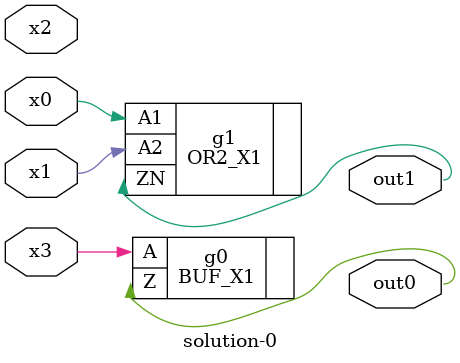
<source format=v>
module \solution-0 (
  x0, x1, x2, x3,
  out0, out1 );
  input x0, x1, x2, x3;
  output out0, out1;
  BUF_X1  g0(.A(x3),  .Z(out0));
  OR2_X1  g1(.A1(x0), .A2(x1), .ZN(out1));
endmodule

</source>
